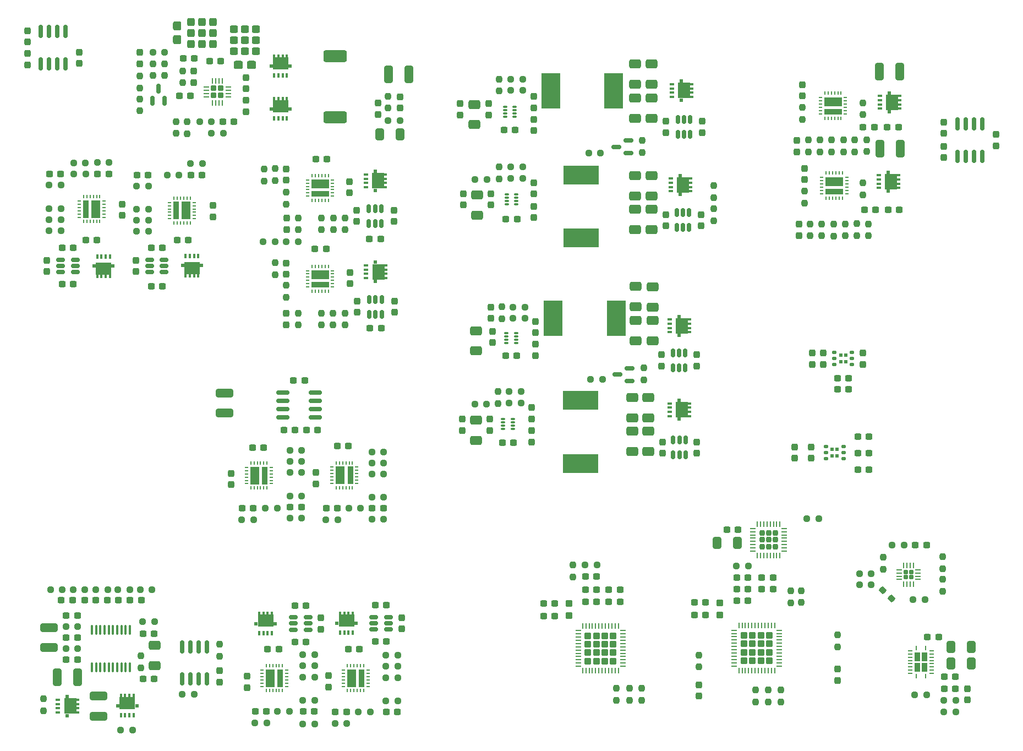
<source format=gtp>
%TF.GenerationSoftware,KiCad,Pcbnew,9.0.4*%
%TF.CreationDate,2026-02-17T14:13:00+01:00*%
%TF.ProjectId,TEST_PCB,54455354-5f50-4434-922e-6b696361645f,rev?*%
%TF.SameCoordinates,Original*%
%TF.FileFunction,Paste,Top*%
%TF.FilePolarity,Positive*%
%FSLAX46Y46*%
G04 Gerber Fmt 4.6, Leading zero omitted, Abs format (unit mm)*
G04 Created by KiCad (PCBNEW 9.0.4) date 2026-02-17 14:13:00*
%MOMM*%
%LPD*%
G01*
G04 APERTURE LIST*
G04 Aperture macros list*
%AMRoundRect*
0 Rectangle with rounded corners*
0 $1 Rounding radius*
0 $2 $3 $4 $5 $6 $7 $8 $9 X,Y pos of 4 corners*
0 Add a 4 corners polygon primitive as box body*
4,1,4,$2,$3,$4,$5,$6,$7,$8,$9,$2,$3,0*
0 Add four circle primitives for the rounded corners*
1,1,$1+$1,$2,$3*
1,1,$1+$1,$4,$5*
1,1,$1+$1,$6,$7*
1,1,$1+$1,$8,$9*
0 Add four rect primitives between the rounded corners*
20,1,$1+$1,$2,$3,$4,$5,0*
20,1,$1+$1,$4,$5,$6,$7,0*
20,1,$1+$1,$6,$7,$8,$9,0*
20,1,$1+$1,$8,$9,$2,$3,0*%
G04 Aperture macros list end*
%ADD10RoundRect,0.237500X0.250000X0.237500X-0.250000X0.237500X-0.250000X-0.237500X0.250000X-0.237500X0*%
%ADD11RoundRect,0.237500X-0.237500X0.250000X-0.237500X-0.250000X0.237500X-0.250000X0.237500X0.250000X0*%
%ADD12RoundRect,0.237500X0.237500X-0.250000X0.237500X0.250000X-0.237500X0.250000X-0.237500X-0.250000X0*%
%ADD13RoundRect,0.237500X-0.250000X-0.237500X0.250000X-0.237500X0.250000X0.237500X-0.250000X0.237500X0*%
%ADD14RoundRect,0.237500X0.344715X-0.008839X-0.008839X0.344715X-0.344715X0.008839X0.008839X-0.344715X0*%
%ADD15R,0.570000X0.550000*%
%ADD16R,0.500000X0.420000*%
%ADD17R,1.830000X2.370000*%
%ADD18R,0.660000X0.420000*%
%ADD19R,0.550000X0.570000*%
%ADD20R,0.420000X0.500000*%
%ADD21R,2.370000X1.830000*%
%ADD22R,0.420000X0.660000*%
%ADD23RoundRect,0.150000X0.587500X0.150000X-0.587500X0.150000X-0.587500X-0.150000X0.587500X-0.150000X0*%
%ADD24RoundRect,0.150000X0.150000X-0.587500X0.150000X0.587500X-0.150000X0.587500X-0.150000X-0.587500X0*%
%ADD25RoundRect,0.172500X-0.172500X-0.172500X0.172500X-0.172500X0.172500X0.172500X-0.172500X0.172500X0*%
%ADD26RoundRect,0.062500X-0.375000X-0.062500X0.375000X-0.062500X0.375000X0.062500X-0.375000X0.062500X0*%
%ADD27RoundRect,0.062500X-0.062500X-0.375000X0.062500X-0.375000X0.062500X0.375000X-0.062500X0.375000X0*%
%ADD28RoundRect,0.250000X-0.270000X-0.270000X0.270000X-0.270000X0.270000X0.270000X-0.270000X0.270000X0*%
%ADD29RoundRect,0.317500X0.317500X-0.382500X0.317500X0.382500X-0.317500X0.382500X-0.317500X-0.382500X0*%
%ADD30RoundRect,0.300000X-0.300000X0.325000X-0.300000X-0.325000X0.300000X-0.325000X0.300000X0.325000X0*%
%ADD31RoundRect,0.237500X0.300000X0.237500X-0.300000X0.237500X-0.300000X-0.237500X0.300000X-0.237500X0*%
%ADD32RoundRect,0.237500X-0.237500X0.300000X-0.237500X-0.300000X0.237500X-0.300000X0.237500X0.300000X0*%
%ADD33RoundRect,0.237500X-0.300000X-0.237500X0.300000X-0.237500X0.300000X0.237500X-0.300000X0.237500X0*%
%ADD34RoundRect,0.150000X0.150000X-0.512500X0.150000X0.512500X-0.150000X0.512500X-0.150000X-0.512500X0*%
%ADD35R,0.575000X0.240000*%
%ADD36R,0.240000X0.575000*%
%ADD37R,2.700000X1.450000*%
%ADD38R,2.700000X0.850000*%
%ADD39RoundRect,0.237500X0.237500X-0.300000X0.237500X0.300000X-0.237500X0.300000X-0.237500X-0.300000X0*%
%ADD40RoundRect,0.250000X-0.650000X0.412500X-0.650000X-0.412500X0.650000X-0.412500X0.650000X0.412500X0*%
%ADD41R,1.450000X2.700000*%
%ADD42R,0.850000X2.700000*%
%ADD43R,5.400000X2.900000*%
%ADD44RoundRect,0.150000X0.150000X-0.825000X0.150000X0.825000X-0.150000X0.825000X-0.150000X-0.825000X0*%
%ADD45RoundRect,0.150000X0.825000X0.150000X-0.825000X0.150000X-0.825000X-0.150000X0.825000X-0.150000X0*%
%ADD46RoundRect,0.150000X-0.512500X-0.150000X0.512500X-0.150000X0.512500X0.150000X-0.512500X0.150000X0*%
%ADD47RoundRect,0.250000X-0.412500X-0.650000X0.412500X-0.650000X0.412500X0.650000X-0.412500X0.650000X0*%
%ADD48RoundRect,0.250000X0.650000X-0.412500X0.650000X0.412500X-0.650000X0.412500X-0.650000X-0.412500X0*%
%ADD49RoundRect,0.150000X0.512500X0.150000X-0.512500X0.150000X-0.512500X-0.150000X0.512500X-0.150000X0*%
%ADD50RoundRect,0.050000X-0.285000X-0.100000X0.285000X-0.100000X0.285000X0.100000X-0.285000X0.100000X0*%
%ADD51RoundRect,0.250000X-0.400000X-1.075000X0.400000X-1.075000X0.400000X1.075000X-0.400000X1.075000X0*%
%ADD52RoundRect,0.250000X0.412500X0.650000X-0.412500X0.650000X-0.412500X-0.650000X0.412500X-0.650000X0*%
%ADD53R,2.900000X5.400000*%
%ADD54RoundRect,0.249999X1.530001X-0.640001X1.530001X0.640001X-1.530001X0.640001X-1.530001X-0.640001X0*%
%ADD55R,0.920000X1.330000*%
%ADD56RoundRect,0.050000X0.070000X-0.250000X0.070000X0.250000X-0.070000X0.250000X-0.070000X-0.250000X0*%
%ADD57RoundRect,0.050000X-0.250000X-0.070000X0.250000X-0.070000X0.250000X0.070000X-0.250000X0.070000X0*%
%ADD58RoundRect,0.250000X0.300000X-0.275000X0.300000X0.275000X-0.300000X0.275000X-0.300000X-0.275000X0*%
%ADD59RoundRect,0.100000X0.100000X-0.637500X0.100000X0.637500X-0.100000X0.637500X-0.100000X-0.637500X0*%
%ADD60RoundRect,0.250000X-1.075000X0.400000X-1.075000X-0.400000X1.075000X-0.400000X1.075000X0.400000X0*%
%ADD61RoundRect,0.112500X-0.202500X-0.112500X0.202500X-0.112500X0.202500X0.112500X-0.202500X0.112500X0*%
%ADD62R,0.480000X0.630000*%
%ADD63RoundRect,0.300000X-0.325000X-0.300000X0.325000X-0.300000X0.325000X0.300000X-0.325000X0.300000X0*%
%ADD64RoundRect,0.317500X0.382500X0.317500X-0.382500X0.317500X-0.382500X-0.317500X0.382500X-0.317500X0*%
%ADD65RoundRect,0.207500X0.207500X-0.207500X0.207500X0.207500X-0.207500X0.207500X-0.207500X-0.207500X0*%
%ADD66RoundRect,0.062500X0.062500X-0.350000X0.062500X0.350000X-0.062500X0.350000X-0.062500X-0.350000X0*%
%ADD67RoundRect,0.062500X0.350000X-0.062500X0.350000X0.062500X-0.350000X0.062500X-0.350000X-0.062500X0*%
%ADD68RoundRect,0.212500X-0.212500X-0.212500X0.212500X-0.212500X0.212500X0.212500X-0.212500X0.212500X0*%
%ADD69RoundRect,0.062500X-0.365000X-0.062500X0.365000X-0.062500X0.365000X0.062500X-0.365000X0.062500X0*%
%ADD70RoundRect,0.062500X-0.062500X-0.365000X0.062500X-0.365000X0.062500X0.365000X-0.062500X0.365000X0*%
%ADD71RoundRect,0.250000X0.400000X1.075000X-0.400000X1.075000X-0.400000X-1.075000X0.400000X-1.075000X0*%
G04 APERTURE END LIST*
D10*
%TO.C,R104*%
X95987500Y-74800000D03*
X97812500Y-74800000D03*
%TD*%
D11*
%TO.C,R103*%
X96100000Y-65412500D03*
X96100000Y-63587500D03*
%TD*%
D12*
%TO.C,R406*%
X200550000Y-128512500D03*
X200550000Y-126687500D03*
%TD*%
%TO.C,R405*%
X200550000Y-125012500D03*
X200550000Y-123187500D03*
%TD*%
D13*
%TO.C,R404*%
X195937500Y-129750000D03*
X197762500Y-129750000D03*
%TD*%
%TO.C,R402*%
X192737500Y-121450000D03*
X194562500Y-121450000D03*
%TD*%
D14*
%TO.C,R401*%
X192595235Y-129645235D03*
X191304765Y-128354765D03*
%TD*%
D13*
%TO.C,JP402*%
X187687500Y-127500000D03*
X189512500Y-127500000D03*
%TD*%
%TO.C,JP401*%
X187687500Y-125850000D03*
X189512500Y-125850000D03*
%TD*%
D12*
%TO.C,R403*%
X191350000Y-123287500D03*
X191350000Y-125112500D03*
%TD*%
D15*
%TO.C,Q1203*%
X160133503Y-64563000D03*
D16*
X161733503Y-65046000D03*
X161733503Y-65696000D03*
D17*
X160583503Y-66021000D03*
D16*
X161733503Y-66346000D03*
X161733503Y-66996000D03*
D15*
X160133503Y-67479000D03*
D18*
X158698503Y-66996000D03*
X158698503Y-65046000D03*
X158698503Y-65696000D03*
X158698503Y-66346000D03*
%TD*%
D15*
%TO.C,Q901*%
X65837500Y-144717001D03*
D16*
X67437500Y-145200001D03*
X67437500Y-145850001D03*
D17*
X66287500Y-146175001D03*
D16*
X67437500Y-146500001D03*
X67437500Y-147150001D03*
D15*
X65837500Y-147633001D03*
D18*
X64402500Y-147150001D03*
X64402500Y-145200001D03*
X64402500Y-145850001D03*
X64402500Y-146500001D03*
%TD*%
D19*
%TO.C,Q902*%
X73604499Y-146150001D03*
D20*
X74087499Y-144550001D03*
X74737499Y-144550001D03*
D21*
X75062499Y-145700001D03*
D20*
X75387499Y-144550001D03*
X76037499Y-144550001D03*
D19*
X76520499Y-146150001D03*
D22*
X76037499Y-147585001D03*
X74087499Y-147585001D03*
X74737499Y-147585001D03*
X75387499Y-147585001D03*
%TD*%
D19*
%TO.C,Q202*%
X97192000Y-47788000D03*
D20*
X97675000Y-46188000D03*
X98325000Y-46188000D03*
D21*
X98650000Y-47338000D03*
D20*
X98975000Y-46188000D03*
X99625000Y-46188000D03*
D19*
X100108000Y-47788000D03*
D22*
X99625000Y-49223000D03*
X97675000Y-49223000D03*
X98325000Y-49223000D03*
X98975000Y-49223000D03*
%TD*%
D19*
%TO.C,Q1701*%
X86463501Y-78375000D03*
D20*
X85980501Y-79975000D03*
X85330501Y-79975000D03*
D21*
X85005501Y-78825000D03*
D20*
X84680501Y-79975000D03*
X84030501Y-79975000D03*
D19*
X83547501Y-78375000D03*
D22*
X84030501Y-76940000D03*
X85980501Y-76940000D03*
X85330501Y-76940000D03*
X84680501Y-76940000D03*
%TD*%
D15*
%TO.C,Q302*%
X159968750Y-86242000D03*
D16*
X161568750Y-86725000D03*
X161568750Y-87375000D03*
D17*
X160418750Y-87700000D03*
D16*
X161568750Y-88025000D03*
X161568750Y-88675000D03*
D15*
X159968750Y-89158000D03*
D18*
X158533750Y-88675000D03*
X158533750Y-86725000D03*
X158533750Y-87375000D03*
X158533750Y-88025000D03*
%TD*%
D15*
%TO.C,Q1501*%
X192284752Y-51863000D03*
D16*
X193884752Y-52346000D03*
X193884752Y-52996000D03*
D17*
X192734752Y-53321000D03*
D16*
X193884752Y-53646000D03*
X193884752Y-54296000D03*
D15*
X192284752Y-54779000D03*
D18*
X190849752Y-54296000D03*
X190849752Y-52346000D03*
X190849752Y-52996000D03*
X190849752Y-53646000D03*
%TD*%
D15*
%TO.C,Q1502*%
X192100000Y-64063000D03*
D16*
X193700000Y-64546000D03*
X193700000Y-65196000D03*
D17*
X192550000Y-65521000D03*
D16*
X193700000Y-65846000D03*
X193700000Y-66496000D03*
D15*
X192100000Y-66979000D03*
D18*
X190665000Y-66496000D03*
X190665000Y-64546000D03*
X190665000Y-65196000D03*
X190665000Y-65846000D03*
%TD*%
D19*
%TO.C,Q601*%
X94871500Y-133488001D03*
D20*
X95354500Y-131888001D03*
X96004500Y-131888001D03*
D21*
X96329500Y-133038001D03*
D20*
X96654500Y-131888001D03*
X97304500Y-131888001D03*
D19*
X97787500Y-133488001D03*
D22*
X97304500Y-134923001D03*
X95354500Y-134923001D03*
X96004500Y-134923001D03*
X96654500Y-134923001D03*
%TD*%
D15*
%TO.C,Q1202*%
X160284752Y-50055000D03*
D16*
X161884752Y-50538000D03*
X161884752Y-51188000D03*
D17*
X160734752Y-51513000D03*
D16*
X161884752Y-51838000D03*
X161884752Y-52488000D03*
D15*
X160284752Y-52971000D03*
D18*
X158849752Y-52488000D03*
X158849752Y-50538000D03*
X158849752Y-51188000D03*
X158849752Y-51838000D03*
%TD*%
D19*
%TO.C,Q203*%
X97192000Y-54350000D03*
D20*
X97675000Y-52750000D03*
X98325000Y-52750000D03*
D21*
X98650000Y-53900000D03*
D20*
X98975000Y-52750000D03*
X99625000Y-52750000D03*
D19*
X100108000Y-54350000D03*
D22*
X99625000Y-55785000D03*
X97675000Y-55785000D03*
X98325000Y-55785000D03*
X98975000Y-55785000D03*
%TD*%
D19*
%TO.C,Q1702*%
X72863501Y-78475000D03*
D20*
X72380501Y-80075000D03*
X71730501Y-80075000D03*
D21*
X71405501Y-78925000D03*
D20*
X71080501Y-80075000D03*
X70430501Y-80075000D03*
D19*
X69947501Y-78475000D03*
D22*
X70430501Y-77040000D03*
X72380501Y-77040000D03*
X71730501Y-77040000D03*
X71080501Y-77040000D03*
%TD*%
D15*
%TO.C,Q1101*%
X113180501Y-63935499D03*
D16*
X114780501Y-64418499D03*
X114780501Y-65068499D03*
D17*
X113630501Y-65393499D03*
D16*
X114780501Y-65718499D03*
X114780501Y-66368499D03*
D15*
X113180501Y-66851499D03*
D18*
X111745501Y-66368499D03*
X111745501Y-64418499D03*
X111745501Y-65068499D03*
X111745501Y-65718499D03*
%TD*%
D19*
%TO.C,Q602*%
X107321500Y-133475001D03*
D20*
X107804500Y-131875001D03*
X108454500Y-131875001D03*
D21*
X108779500Y-133025001D03*
D20*
X109104500Y-131875001D03*
X109754500Y-131875001D03*
D19*
X110237500Y-133475001D03*
D22*
X109754500Y-134910001D03*
X107804500Y-134910001D03*
X108454500Y-134910001D03*
X109104500Y-134910001D03*
%TD*%
D15*
%TO.C,Q303*%
X159968750Y-99142000D03*
D16*
X161568750Y-99625000D03*
X161568750Y-100275000D03*
D17*
X160418750Y-100600000D03*
D16*
X161568750Y-100925000D03*
X161568750Y-101575000D03*
D15*
X159968750Y-102058000D03*
D18*
X158533750Y-101575000D03*
X158533750Y-99625000D03*
X158533750Y-100275000D03*
X158533750Y-100925000D03*
%TD*%
D15*
%TO.C,Q1102*%
X113248001Y-77915499D03*
D16*
X114848001Y-78398499D03*
X114848001Y-79048499D03*
D17*
X113698001Y-79373499D03*
D16*
X114848001Y-79698499D03*
X114848001Y-80348499D03*
D15*
X113248001Y-80831499D03*
D18*
X111813001Y-80348499D03*
X111813001Y-78398499D03*
X111813001Y-79048499D03*
X111813001Y-79698499D03*
%TD*%
D23*
%TO.C,Q301*%
X152325001Y-96150000D03*
X152325001Y-94250000D03*
X150450000Y-95200000D03*
%TD*%
%TO.C,Q1201*%
X152137500Y-61112500D03*
X152137500Y-59212500D03*
X150262499Y-60162500D03*
%TD*%
D24*
%TO.C,Q201*%
X78887500Y-53087500D03*
X80787500Y-53087500D03*
X79837500Y-51212499D03*
%TD*%
D25*
%TO.C,U401*%
X194850000Y-125550000D03*
X194850000Y-126350000D03*
X195650000Y-125550000D03*
X195650000Y-126350000D03*
D26*
X193812500Y-125200000D03*
X193812500Y-125700000D03*
X193812500Y-126200000D03*
X193812500Y-126700000D03*
D27*
X194500000Y-127387500D03*
X195000000Y-127387500D03*
X195500000Y-127387500D03*
X196000000Y-127387500D03*
D26*
X196687500Y-126700000D03*
X196687500Y-126200000D03*
X196687500Y-125700000D03*
X196687500Y-125200000D03*
D27*
X196000000Y-124512500D03*
X195500000Y-124512500D03*
X195000000Y-124512500D03*
X194500000Y-124512500D03*
%TD*%
D28*
%TO.C,U1304*%
X169965000Y-135315000D03*
X169965000Y-136605000D03*
X169965000Y-137895000D03*
X169965000Y-139185000D03*
X171255000Y-135315000D03*
X171255000Y-136605000D03*
X171255000Y-137895000D03*
X171255000Y-139185000D03*
X172545000Y-135315000D03*
X172545000Y-136605000D03*
X172545000Y-137895000D03*
X172545000Y-139185000D03*
X173835000Y-135315000D03*
X173835000Y-136605000D03*
X173835000Y-137895000D03*
X173835000Y-139185000D03*
D26*
X168462500Y-134500000D03*
X168462500Y-135000000D03*
X168462500Y-135500000D03*
X168462500Y-136000000D03*
X168462500Y-136500000D03*
X168462500Y-137000000D03*
X168462500Y-137500000D03*
X168462500Y-138000000D03*
X168462500Y-138500000D03*
X168462500Y-139000000D03*
X168462500Y-139500000D03*
X168462500Y-140000000D03*
D27*
X169150000Y-140687500D03*
X169650000Y-140687500D03*
X170150000Y-140687500D03*
X170650000Y-140687500D03*
X171150000Y-140687500D03*
X171650000Y-140687500D03*
X172150000Y-140687500D03*
X172650000Y-140687500D03*
X173150000Y-140687500D03*
X173650000Y-140687500D03*
X174150000Y-140687500D03*
X174650000Y-140687500D03*
D26*
X175337500Y-140000000D03*
X175337500Y-139500000D03*
X175337500Y-139000000D03*
X175337500Y-138500000D03*
X175337500Y-138000000D03*
X175337500Y-137500000D03*
X175337500Y-137000000D03*
X175337500Y-136500000D03*
X175337500Y-136000000D03*
X175337500Y-135500000D03*
X175337500Y-135000000D03*
X175337500Y-134500000D03*
D27*
X174650000Y-133812500D03*
X174150000Y-133812500D03*
X173650000Y-133812500D03*
X173150000Y-133812500D03*
X172650000Y-133812500D03*
X172150000Y-133812500D03*
X171650000Y-133812500D03*
X171150000Y-133812500D03*
X170650000Y-133812500D03*
X170150000Y-133812500D03*
X169650000Y-133812500D03*
X169150000Y-133812500D03*
%TD*%
D28*
%TO.C,U1305*%
X145927500Y-135365000D03*
X145927500Y-136655000D03*
X145927500Y-137945000D03*
X145927500Y-139235000D03*
X147217500Y-135365000D03*
X147217500Y-136655000D03*
X147217500Y-137945000D03*
X147217500Y-139235000D03*
X148507500Y-135365000D03*
X148507500Y-136655000D03*
X148507500Y-137945000D03*
X148507500Y-139235000D03*
X149797500Y-135365000D03*
X149797500Y-136655000D03*
X149797500Y-137945000D03*
X149797500Y-139235000D03*
D26*
X144425000Y-134550000D03*
X144425000Y-135050000D03*
X144425000Y-135550000D03*
X144425000Y-136050000D03*
X144425000Y-136550000D03*
X144425000Y-137050000D03*
X144425000Y-137550000D03*
X144425000Y-138050000D03*
X144425000Y-138550000D03*
X144425000Y-139050000D03*
X144425000Y-139550000D03*
X144425000Y-140050000D03*
D27*
X145112500Y-140737500D03*
X145612500Y-140737500D03*
X146112500Y-140737500D03*
X146612500Y-140737500D03*
X147112500Y-140737500D03*
X147612500Y-140737500D03*
X148112500Y-140737500D03*
X148612500Y-140737500D03*
X149112500Y-140737500D03*
X149612500Y-140737500D03*
X150112500Y-140737500D03*
X150612500Y-140737500D03*
D26*
X151300000Y-140050000D03*
X151300000Y-139550000D03*
X151300000Y-139050000D03*
X151300000Y-138550000D03*
X151300000Y-138050000D03*
X151300000Y-137550000D03*
X151300000Y-137050000D03*
X151300000Y-136550000D03*
X151300000Y-136050000D03*
X151300000Y-135550000D03*
X151300000Y-135050000D03*
X151300000Y-134550000D03*
D27*
X150612500Y-133862500D03*
X150112500Y-133862500D03*
X149612500Y-133862500D03*
X149112500Y-133862500D03*
X148612500Y-133862500D03*
X148112500Y-133862500D03*
X147612500Y-133862500D03*
X147112500Y-133862500D03*
X146612500Y-133862500D03*
X146112500Y-133862500D03*
X145612500Y-133862500D03*
X145112500Y-133862500D03*
%TD*%
D29*
%TO.C,D201*%
X82735000Y-41610000D03*
X82735000Y-43690000D03*
D30*
X88200000Y-40950000D03*
X86540001Y-40950000D03*
X84850000Y-40950000D03*
X88200000Y-42650000D03*
X86540000Y-42650000D03*
X84850001Y-42650000D03*
X88200000Y-44350000D03*
X86540001Y-44350000D03*
X84850000Y-44350000D03*
%TD*%
D31*
%TO.C,C701*%
X104362501Y-103700251D03*
X102637499Y-103700251D03*
%TD*%
D32*
%TO.C,C1403*%
X200684752Y-56391000D03*
X200684752Y-58116002D03*
%TD*%
D33*
%TO.C,C1903*%
X100137499Y-115562501D03*
X101862501Y-115562501D03*
%TD*%
D13*
%TO.C,R213*%
X115187500Y-56112498D03*
X117012500Y-56112498D03*
%TD*%
D34*
%TO.C,U1102*%
X112298003Y-85910999D03*
X113248002Y-85910999D03*
X114198001Y-85910999D03*
X114198001Y-83635999D03*
X113248002Y-83635999D03*
X112298003Y-83635999D03*
%TD*%
D31*
%TO.C,C1703*%
X80468003Y-75675000D03*
X78743001Y-75675000D03*
%TD*%
D35*
%TO.C,IC1502*%
X181921752Y-64871000D03*
X181921752Y-65371000D03*
X181921752Y-65871000D03*
X181921752Y-66371000D03*
X181921752Y-66871000D03*
X181921752Y-67371000D03*
D36*
X182584752Y-68034000D03*
X183084752Y-68034000D03*
X183584752Y-68034000D03*
X184084752Y-68034000D03*
X184584752Y-68034000D03*
X185084752Y-68034000D03*
D35*
X185747752Y-67371000D03*
X185747752Y-66871000D03*
X185747752Y-66371000D03*
X185747752Y-65871000D03*
X185747752Y-65371000D03*
X185747752Y-64871000D03*
D36*
X185084752Y-64208000D03*
X184584752Y-64208000D03*
X184084752Y-64208000D03*
X183584752Y-64208000D03*
X183084752Y-64208000D03*
X182584752Y-64208000D03*
D37*
X183834752Y-65496000D03*
D38*
X183834752Y-67046000D03*
%TD*%
D12*
%TO.C,R1504*%
X179234752Y-68833500D03*
X179234752Y-67008500D03*
%TD*%
D13*
%TO.C,R2013*%
X98187500Y-146988001D03*
X100012500Y-146988001D03*
%TD*%
%TO.C,R2015*%
X102062500Y-139988001D03*
X103887500Y-139988001D03*
%TD*%
D31*
%TO.C,C1805*%
X84468002Y-74475000D03*
X82743000Y-74475000D03*
%TD*%
D12*
%TO.C,R1506*%
X189084752Y-73858500D03*
X189084752Y-72033500D03*
%TD*%
D32*
%TO.C,C1205*%
X126250000Y-53537499D03*
X126250000Y-55262501D03*
%TD*%
D39*
%TO.C,C1602*%
X67647500Y-47350000D03*
X67647500Y-45624998D03*
%TD*%
D31*
%TO.C,C311*%
X134981251Y-92300000D03*
X133256249Y-92300000D03*
%TD*%
D33*
%TO.C,C2009*%
X94737499Y-146988001D03*
X96462501Y-146988001D03*
%TD*%
D12*
%TO.C,R_TX_1301*%
X171700000Y-145512500D03*
X171700000Y-143687500D03*
%TD*%
D40*
%TO.C,C304*%
X128700000Y-102187500D03*
X128700000Y-105312500D03*
%TD*%
D33*
%TO.C,C1316*%
X172675000Y-126400000D03*
X174400000Y-126400000D03*
%TD*%
D31*
%TO.C,C1705*%
X66768002Y-75675000D03*
X65043000Y-75675000D03*
%TD*%
%TO.C,C312*%
X134481251Y-105700000D03*
X132756249Y-105700000D03*
%TD*%
D12*
%TO.C,R1305*%
X178732752Y-130245768D03*
X178732752Y-128420768D03*
%TD*%
D31*
%TO.C,C1102*%
X114110502Y-88073499D03*
X112385500Y-88073499D03*
%TD*%
D35*
%TO.C,IC1501*%
X181721752Y-52596000D03*
X181721752Y-53096000D03*
X181721752Y-53596000D03*
X181721752Y-54096000D03*
X181721752Y-54596000D03*
X181721752Y-55096000D03*
D36*
X182384752Y-55759000D03*
X182884752Y-55759000D03*
X183384752Y-55759000D03*
X183884752Y-55759000D03*
X184384752Y-55759000D03*
X184884752Y-55759000D03*
D35*
X185547752Y-55096000D03*
X185547752Y-54596000D03*
X185547752Y-54096000D03*
X185547752Y-53596000D03*
X185547752Y-53096000D03*
X185547752Y-52596000D03*
D36*
X184884752Y-51933000D03*
X184384752Y-51933000D03*
X183884752Y-51933000D03*
X183384752Y-51933000D03*
X182884752Y-51933000D03*
X182384752Y-51933000D03*
D37*
X183634752Y-53221000D03*
D38*
X183634752Y-54771000D03*
%TD*%
D13*
%TO.C,R1909*%
X100087500Y-106862501D03*
X101912500Y-106862501D03*
%TD*%
D31*
%TO.C,C1806*%
X70368002Y-74475000D03*
X68643000Y-74475000D03*
%TD*%
D36*
%TO.C,IC2004*%
X108937500Y-143801001D03*
X109437500Y-143801001D03*
X109937500Y-143801001D03*
X110437500Y-143801001D03*
X110937500Y-143801001D03*
X111437500Y-143801001D03*
D35*
X112099500Y-143138001D03*
X112099500Y-142638001D03*
X112099500Y-142138001D03*
X112099500Y-141638001D03*
X112099500Y-141138001D03*
X112099500Y-140638001D03*
D36*
X111437500Y-139975001D03*
X110937500Y-139975001D03*
X110437500Y-139975001D03*
X109937500Y-139975001D03*
X109437500Y-139975001D03*
X108937500Y-139975001D03*
D35*
X108275500Y-140638001D03*
X108275500Y-141138001D03*
X108275500Y-141638001D03*
X108275500Y-142138001D03*
X108275500Y-142638001D03*
X108275500Y-143138001D03*
D41*
X109562500Y-141888001D03*
D42*
X111112500Y-141888001D03*
%TD*%
D32*
%TO.C,C306*%
X126600000Y-102037499D03*
X126600000Y-103762501D03*
%TD*%
D43*
%TO.C,L1101*%
X144850000Y-74200000D03*
X144850000Y-64500000D03*
%TD*%
D13*
%TO.C,R1908*%
X112687500Y-114062501D03*
X114512500Y-114062501D03*
%TD*%
%TO.C,R902*%
X77025000Y-128250001D03*
X78850000Y-128250001D03*
%TD*%
D32*
%TO.C,C1221*%
X157934752Y-56250499D03*
X157934752Y-57975501D03*
%TD*%
D39*
%TO.C,C1401*%
X200684752Y-61816001D03*
X200684752Y-60090999D03*
%TD*%
D13*
%TO.C,R2022*%
X114825000Y-138375001D03*
X116650000Y-138375001D03*
%TD*%
D44*
%TO.C,U1601*%
X61777501Y-47387499D03*
X63047501Y-47387499D03*
X64317501Y-47387499D03*
X65587501Y-47387499D03*
X65587501Y-42437499D03*
X64317501Y-42437499D03*
X63047501Y-42437499D03*
X61777501Y-42437499D03*
%TD*%
D40*
%TO.C,C1218*%
X155700000Y-69787500D03*
X155700000Y-72912500D03*
%TD*%
D10*
%TO.C,R1808*%
X64855500Y-66075000D03*
X63030500Y-66075000D03*
%TD*%
%TO.C,R501*%
X85347500Y-144382501D03*
X83522500Y-144382501D03*
%TD*%
D33*
%TO.C,C607*%
X113216999Y-130625001D03*
X114942001Y-130625001D03*
%TD*%
D32*
%TO.C,C206*%
X93350000Y-49487499D03*
X93350000Y-51212501D03*
%TD*%
D13*
%TO.C,R1907*%
X100087500Y-113862501D03*
X101912500Y-113862501D03*
%TD*%
D11*
%TO.C,R304*%
X132718750Y-84787500D03*
X132718750Y-86612500D03*
%TD*%
D45*
%TO.C,U701*%
X103975000Y-101805251D03*
X103975000Y-100535251D03*
X103975000Y-99265251D03*
X103975000Y-97995251D03*
X99025000Y-97995251D03*
X99025000Y-99265251D03*
X99025000Y-100535251D03*
X99025000Y-101805251D03*
%TD*%
D12*
%TO.C,R209*%
X84300000Y-58124998D03*
X84300000Y-56299998D03*
%TD*%
D33*
%TO.C,C1227*%
X162287500Y-130200000D03*
X164012500Y-130200000D03*
%TD*%
D39*
%TO.C,C1501*%
X178934752Y-52321000D03*
X178934752Y-50595998D03*
%TD*%
D34*
%TO.C,U1204*%
X159600001Y-72587500D03*
X160550000Y-72587500D03*
X161499999Y-72587500D03*
X161499999Y-70312500D03*
X160550000Y-70312500D03*
X159600001Y-70312500D03*
%TD*%
D31*
%TO.C,C1804*%
X64805501Y-64375000D03*
X63080499Y-64375000D03*
%TD*%
D46*
%TO.C,U1702*%
X64768001Y-77525001D03*
X64768001Y-78475000D03*
X64768001Y-79424999D03*
X67043001Y-79424999D03*
X67043001Y-78475000D03*
X67043001Y-77525001D03*
%TD*%
D11*
%TO.C,R1510*%
X183703679Y-72046000D03*
X183703679Y-73871000D03*
%TD*%
D46*
%TO.C,U1701*%
X78468002Y-77525001D03*
X78468002Y-78475000D03*
X78468002Y-79424999D03*
X80743002Y-79424999D03*
X80743002Y-78475000D03*
X80743002Y-77525001D03*
%TD*%
D33*
%TO.C,C1904*%
X112737499Y-115762501D03*
X114462501Y-115762501D03*
%TD*%
D47*
%TO.C,C1304*%
X165775000Y-121100000D03*
X168900000Y-121100000D03*
%TD*%
D48*
%TO.C,C314*%
X152750000Y-101862500D03*
X152750000Y-98737500D03*
%TD*%
D31*
%TO.C,C1313*%
X170562501Y-130000000D03*
X168837499Y-130000000D03*
%TD*%
D12*
%TO.C,R2011*%
X97830501Y-65362500D03*
X97830501Y-63537500D03*
%TD*%
D48*
%TO.C,C316*%
X155250000Y-101862500D03*
X155250000Y-98737500D03*
%TD*%
D11*
%TO.C,R202*%
X77000000Y-52799998D03*
X77000000Y-54624998D03*
%TD*%
D33*
%TO.C,C2012*%
X114874999Y-147075001D03*
X116600001Y-147075001D03*
%TD*%
D32*
%TO.C,C210*%
X113600000Y-53449997D03*
X113600000Y-55174999D03*
%TD*%
D31*
%TO.C,C1315*%
X147262501Y-130150000D03*
X145537499Y-130150000D03*
%TD*%
D49*
%TO.C,U601*%
X102848000Y-134422999D03*
X102848000Y-133473000D03*
X102848000Y-132523001D03*
X100573000Y-132523001D03*
X100573000Y-133473000D03*
X100573000Y-134422999D03*
%TD*%
D39*
%TO.C,C1502*%
X179249752Y-65208501D03*
X179249752Y-63483499D03*
%TD*%
D33*
%TO.C,C1902*%
X105687499Y-115750000D03*
X107412501Y-115750000D03*
%TD*%
D50*
%TO.C,U1202*%
X133421250Y-67512502D03*
X133421250Y-68012502D03*
X133421250Y-68512502D03*
X133421250Y-69012502D03*
X134901250Y-69012502D03*
X134901250Y-68512502D03*
X134901250Y-68012502D03*
X134901250Y-67512502D03*
%TD*%
D39*
%TO.C,C1701*%
X76405500Y-79337501D03*
X76405500Y-77612499D03*
%TD*%
D10*
%TO.C,R1320*%
X202527500Y-147069455D03*
X200702500Y-147069455D03*
%TD*%
D33*
%TO.C,C1906*%
X107337500Y-106162501D03*
X109062502Y-106162501D03*
%TD*%
D39*
%TO.C,C308*%
X137250000Y-102000000D03*
X137250000Y-100274998D03*
%TD*%
%TO.C,C1702*%
X62705501Y-79337501D03*
X62705501Y-77612499D03*
%TD*%
D13*
%TO.C,R904*%
X70225000Y-128250001D03*
X72050000Y-128250001D03*
%TD*%
D11*
%TO.C,R1204*%
X132301249Y-49775000D03*
X132301249Y-51600000D03*
%TD*%
D39*
%TO.C,C204*%
X85300000Y-50262501D03*
X85300000Y-48537499D03*
%TD*%
D13*
%TO.C,R1901*%
X96287500Y-115762501D03*
X98112500Y-115762501D03*
%TD*%
D10*
%TO.C,R1804*%
X64855500Y-71375000D03*
X63030500Y-71375000D03*
%TD*%
D13*
%TO.C,R1906*%
X112687500Y-110462501D03*
X114512500Y-110462501D03*
%TD*%
D50*
%TO.C,U1201*%
X133161249Y-54050000D03*
X133161249Y-54550000D03*
X133161249Y-55050000D03*
X133161249Y-55550000D03*
X134641249Y-55550000D03*
X134641249Y-55050000D03*
X134641249Y-54550000D03*
X134641249Y-54050000D03*
%TD*%
D51*
%TO.C,R914*%
X64287499Y-141750001D03*
X67387501Y-141750001D03*
%TD*%
D52*
%TO.C,C1324*%
X204870917Y-139603128D03*
X201745917Y-139603128D03*
%TD*%
D48*
%TO.C,C1216*%
X155700000Y-67712500D03*
X155700000Y-64587500D03*
%TD*%
D13*
%TO.C,R2019*%
X102062500Y-145288002D03*
X103887500Y-145288002D03*
%TD*%
D44*
%TO.C,U1401*%
X202829752Y-61596000D03*
X204099752Y-61596000D03*
X205369752Y-61596000D03*
X206639752Y-61596000D03*
X206639752Y-56646000D03*
X205369752Y-56646000D03*
X204099752Y-56646000D03*
X202829752Y-56646000D03*
%TD*%
D33*
%TO.C,C603*%
X100866999Y-136288001D03*
X102592001Y-136288001D03*
%TD*%
%TO.C,C1307*%
X187439999Y-104762500D03*
X189165001Y-104762500D03*
%TD*%
D39*
%TO.C,C1402*%
X208684752Y-60016001D03*
X208684752Y-58290999D03*
%TD*%
D53*
%TO.C,L1201*%
X140200000Y-51550000D03*
X149900000Y-51550000D03*
%TD*%
D31*
%TO.C,C1326*%
X202477501Y-143469455D03*
X200752499Y-143469455D03*
%TD*%
D32*
%TO.C,C2003*%
X99550000Y-71137499D03*
X99550000Y-72862501D03*
%TD*%
D31*
%TO.C,C901*%
X77200001Y-129850001D03*
X75474999Y-129850001D03*
%TD*%
D32*
%TO.C,C301*%
X131218750Y-88537499D03*
X131218750Y-90262501D03*
%TD*%
D40*
%TO.C,C315*%
X153300000Y-86837500D03*
X153300000Y-89962500D03*
%TD*%
D10*
%TO.C,R1101*%
X101362500Y-74800000D03*
X99537500Y-74800000D03*
%TD*%
D11*
%TO.C,R_MISO_1301*%
X154200000Y-143437500D03*
X154200000Y-145262500D03*
%TD*%
D31*
%TO.C,C911*%
X67400001Y-135650001D03*
X65674999Y-135650001D03*
%TD*%
D12*
%TO.C,R1313*%
X175600000Y-145512500D03*
X175600000Y-143687500D03*
%TD*%
D10*
%TO.C,R601*%
X103900000Y-148888001D03*
X102075000Y-148888001D03*
%TD*%
D36*
%TO.C,IC1802*%
X70838000Y-67837000D03*
X70338000Y-67837000D03*
X69838000Y-67837000D03*
X69338000Y-67837000D03*
X68838000Y-67837000D03*
X68338000Y-67837000D03*
D35*
X67676000Y-68500000D03*
X67676000Y-69000000D03*
X67676000Y-69500000D03*
X67676000Y-70000000D03*
X67676000Y-70500000D03*
X67676000Y-71000000D03*
D36*
X68338000Y-71663000D03*
X68838000Y-71663000D03*
X69338000Y-71663000D03*
X69838000Y-71663000D03*
X70338000Y-71663000D03*
X70838000Y-71663000D03*
D35*
X71500000Y-71000000D03*
X71500000Y-70500000D03*
X71500000Y-70000000D03*
X71500000Y-69500000D03*
X71500000Y-69000000D03*
X71500000Y-68500000D03*
D41*
X70213000Y-69750000D03*
D42*
X68663000Y-69750000D03*
%TD*%
D54*
%TO.C,L201*%
X107012500Y-55650000D03*
X107012500Y-46250000D03*
%TD*%
D31*
%TO.C,C702*%
X102362501Y-96100251D03*
X100637499Y-96100251D03*
%TD*%
D13*
%TO.C,R1317*%
X168787500Y-124600000D03*
X170612500Y-124600000D03*
%TD*%
%TO.C,R903*%
X73625000Y-128250001D03*
X75450000Y-128250001D03*
%TD*%
D32*
%TO.C,C1504*%
X178400000Y-72083499D03*
X178400000Y-73808501D03*
%TD*%
D11*
%TO.C,R2001*%
X99530501Y-67143500D03*
X99530501Y-68968500D03*
%TD*%
D50*
%TO.C,U302*%
X132878750Y-102050000D03*
X132878750Y-102550000D03*
X132878750Y-103050000D03*
X132878750Y-103550000D03*
X134358750Y-103550000D03*
X134358750Y-103050000D03*
X134358750Y-102550000D03*
X134358750Y-102050000D03*
%TD*%
D33*
%TO.C,C606*%
X100866999Y-130688001D03*
X102592001Y-130688001D03*
%TD*%
%TO.C,C605*%
X113216999Y-136225001D03*
X114942001Y-136225001D03*
%TD*%
D32*
%TO.C,C205*%
X93300000Y-53037499D03*
X93300000Y-54762501D03*
%TD*%
D11*
%TO.C,R1507*%
X185234752Y-59108500D03*
X185234752Y-60933500D03*
%TD*%
%TO.C,R1518*%
X188200000Y-65708500D03*
X188200000Y-67533500D03*
%TD*%
D32*
%TO.C,C302*%
X130818750Y-102037499D03*
X130818750Y-103762501D03*
%TD*%
D13*
%TO.C,R1208*%
X134048750Y-63262502D03*
X135873750Y-63262502D03*
%TD*%
D32*
%TO.C,C1223*%
X163534752Y-56250499D03*
X163534752Y-57975501D03*
%TD*%
D10*
%TO.C,R908*%
X79262500Y-133200000D03*
X77437500Y-133200000D03*
%TD*%
%TO.C,R1809*%
X78318001Y-73175000D03*
X76493001Y-73175000D03*
%TD*%
%TO.C,R307*%
X136231250Y-84800000D03*
X134406250Y-84800000D03*
%TD*%
D40*
%TO.C,C1220*%
X153150000Y-69787500D03*
X153150000Y-72912500D03*
%TD*%
D48*
%TO.C,C319*%
X155850000Y-84812500D03*
X155850000Y-81687500D03*
%TD*%
D12*
%TO.C,R_RX_1301*%
X173700000Y-145512500D03*
X173700000Y-143687500D03*
%TD*%
D10*
%TO.C,R1806*%
X64855500Y-69675000D03*
X63030500Y-69675000D03*
%TD*%
D31*
%TO.C,C203*%
X84762501Y-52312498D03*
X83037499Y-52312498D03*
%TD*%
D13*
%TO.C,R1702*%
X84768498Y-62737500D03*
X86593498Y-62737500D03*
%TD*%
D11*
%TO.C,R2005*%
X104950000Y-71087500D03*
X104950000Y-72912500D03*
%TD*%
D33*
%TO.C,C703*%
X99137499Y-103700250D03*
X100862501Y-103700250D03*
%TD*%
D32*
%TO.C,C324*%
X162668750Y-105537500D03*
X162668750Y-107262502D03*
%TD*%
D11*
%TO.C,R106*%
X165283503Y-69721000D03*
X165283503Y-71546000D03*
%TD*%
D13*
%TO.C,R205*%
X87987500Y-58112498D03*
X89812500Y-58112498D03*
%TD*%
D32*
%TO.C,C1206*%
X126750000Y-67387499D03*
X126750000Y-69112501D03*
%TD*%
D10*
%TO.C,R1801*%
X83018002Y-64475000D03*
X81193002Y-64475000D03*
%TD*%
D32*
%TO.C,C211*%
X117000000Y-52449997D03*
X117000000Y-54174999D03*
%TD*%
D40*
%TO.C,C1213*%
X155700000Y-52650000D03*
X155700000Y-55775000D03*
%TD*%
D10*
%TO.C,R1802*%
X68655500Y-64375000D03*
X66830500Y-64375000D03*
%TD*%
D11*
%TO.C,R1511*%
X179834752Y-59108500D03*
X179834752Y-60933500D03*
%TD*%
D48*
%TO.C,C910*%
X79250000Y-139962500D03*
X79250000Y-136837500D03*
%TD*%
D33*
%TO.C,C2013*%
X96662498Y-137388001D03*
X98387500Y-137388001D03*
%TD*%
D10*
%TO.C,R1209*%
X135873750Y-65062502D03*
X134048750Y-65062502D03*
%TD*%
D39*
%TO.C,C2016*%
X106000000Y-143212501D03*
X106000000Y-141487499D03*
%TD*%
D12*
%TO.C,R1912*%
X97800000Y-79812500D03*
X97800000Y-77987500D03*
%TD*%
D13*
%TO.C,R1318*%
X145487500Y-124450000D03*
X147312500Y-124450000D03*
%TD*%
D55*
%TO.C,U1306*%
X196615000Y-138630000D03*
X196615000Y-140170000D03*
X197735000Y-138630000D03*
X197735000Y-140170000D03*
D56*
X196425000Y-137250000D03*
D57*
X195525000Y-137650000D03*
X195525000Y-138150000D03*
X195525000Y-138650000D03*
X195525000Y-139150000D03*
X195525000Y-139650000D03*
X195525000Y-140150000D03*
X195525000Y-140650000D03*
X195525000Y-141150000D03*
D56*
X196425000Y-141550000D03*
X197925000Y-141550000D03*
D57*
X198825000Y-141150000D03*
X198825000Y-140650000D03*
X198825000Y-140150000D03*
X198825000Y-139650000D03*
X198825000Y-139150000D03*
X198825000Y-138650000D03*
X198825000Y-138150000D03*
X198825000Y-137650000D03*
D56*
X197925000Y-137250000D03*
%TD*%
D10*
%TO.C,R912*%
X67450001Y-137350001D03*
X65625001Y-137350001D03*
%TD*%
D11*
%TO.C,R2008*%
X101330501Y-85743500D03*
X101330501Y-87568500D03*
%TD*%
D40*
%TO.C,C318*%
X155250000Y-103887500D03*
X155250000Y-107012500D03*
%TD*%
D13*
%TO.C,R302*%
X128506250Y-99700000D03*
X130331250Y-99700000D03*
%TD*%
D58*
%TO.C,Y1201*%
X143037500Y-132275000D03*
X143037500Y-130425000D03*
%TD*%
D31*
%TO.C,C1211*%
X134763750Y-57600000D03*
X133038748Y-57600000D03*
%TD*%
D10*
%TO.C,R2012*%
X96512500Y-148788001D03*
X94687500Y-148788001D03*
%TD*%
D33*
%TO.C,C1901*%
X92737499Y-115762502D03*
X94462501Y-115762502D03*
%TD*%
D11*
%TO.C,R105*%
X165283503Y-66121000D03*
X165283503Y-67946000D03*
%TD*%
D32*
%TO.C,C2005*%
X109230501Y-65530998D03*
X109230501Y-67256000D03*
%TD*%
D48*
%TO.C,C317*%
X153300000Y-84775001D03*
X153300000Y-81650001D03*
%TD*%
D12*
%TO.C,R1501*%
X178934752Y-55921000D03*
X178934752Y-54096000D03*
%TD*%
D33*
%TO.C,C1308*%
X187439999Y-107272500D03*
X189165001Y-107272500D03*
%TD*%
D11*
%TO.C,R1309*%
X177150000Y-128437500D03*
X177150000Y-130262500D03*
%TD*%
D33*
%TO.C,C1505*%
X188272251Y-57121000D03*
X189997253Y-57121000D03*
%TD*%
%TO.C,C1225*%
X139125000Y-132350000D03*
X140850000Y-132350000D03*
%TD*%
D31*
%TO.C,C903*%
X70200001Y-129850002D03*
X68474999Y-129850002D03*
%TD*%
D33*
%TO.C,C2011*%
X102124999Y-146988001D03*
X103850001Y-146988001D03*
%TD*%
D59*
%TO.C,U901*%
X69612500Y-140212501D03*
X70262500Y-140212501D03*
X70912500Y-140212501D03*
X71562500Y-140212501D03*
X72212500Y-140212501D03*
X72862500Y-140212501D03*
X73512500Y-140212501D03*
X74162500Y-140212501D03*
X74812500Y-140212501D03*
X75462500Y-140212501D03*
X75462500Y-134487501D03*
X74812500Y-134487501D03*
X74162500Y-134487501D03*
X73512500Y-134487501D03*
X72862500Y-134487501D03*
X72212500Y-134487501D03*
X71562500Y-134487501D03*
X70912500Y-134487501D03*
X70262500Y-134487501D03*
X69612500Y-134487501D03*
%TD*%
D31*
%TO.C,C1101*%
X114043002Y-74293499D03*
X112318000Y-74293499D03*
%TD*%
%TO.C,C1320*%
X170562501Y-126400000D03*
X168837499Y-126400000D03*
%TD*%
D32*
%TO.C,C1210*%
X137561250Y-69300001D03*
X137561250Y-71025003D03*
%TD*%
D13*
%TO.C,R308*%
X133806250Y-99600000D03*
X135631250Y-99600000D03*
%TD*%
D32*
%TO.C,C2006*%
X109320798Y-79489414D03*
X109320798Y-81214416D03*
%TD*%
%TO.C,C1107*%
X116148001Y-83910998D03*
X116148001Y-85636000D03*
%TD*%
D33*
%TO.C,C1303*%
X167324998Y-119050000D03*
X169050000Y-119050000D03*
%TD*%
D10*
%TO.C,R1210*%
X181462500Y-117350000D03*
X179637500Y-117350000D03*
%TD*%
D32*
%TO.C,C1503*%
X178100000Y-59195998D03*
X178100000Y-60921000D03*
%TD*%
D39*
%TO.C,C1601*%
X59700000Y-47562501D03*
X59700000Y-45837499D03*
%TD*%
D36*
%TO.C,IC1902*%
X107200000Y-112588501D03*
X107700000Y-112588501D03*
X108200000Y-112588501D03*
X108700000Y-112588501D03*
X109200000Y-112588501D03*
X109700000Y-112588501D03*
D35*
X110362000Y-111925501D03*
X110362000Y-111425501D03*
X110362000Y-110925501D03*
X110362000Y-110425501D03*
X110362000Y-109925501D03*
X110362000Y-109425501D03*
D36*
X109700000Y-108762501D03*
X109200000Y-108762501D03*
X108700000Y-108762501D03*
X108200000Y-108762501D03*
X107700000Y-108762501D03*
X107200000Y-108762501D03*
D35*
X106538000Y-109425501D03*
X106538000Y-109925501D03*
X106538000Y-110425501D03*
X106538000Y-110925501D03*
X106538000Y-111425501D03*
X106538000Y-111925501D03*
D41*
X107825000Y-110675501D03*
D42*
X109375000Y-110675501D03*
%TD*%
D31*
%TO.C,C1801*%
X86568002Y-64475000D03*
X84843000Y-64475000D03*
%TD*%
D39*
%TO.C,C103*%
X188210000Y-93612501D03*
X188210000Y-91887499D03*
%TD*%
D32*
%TO.C,C1105*%
X110448002Y-83910998D03*
X110448002Y-85636000D03*
%TD*%
D35*
%TO.C,IC2001*%
X102830501Y-65256000D03*
X102830501Y-65756000D03*
X102830501Y-66256000D03*
X102830501Y-66756000D03*
X102830501Y-67256000D03*
X102830501Y-67756000D03*
D36*
X103493501Y-68418000D03*
X103993501Y-68418000D03*
X104493501Y-68418000D03*
X104993501Y-68418000D03*
X105493501Y-68418000D03*
X105993501Y-68418000D03*
D35*
X106656501Y-67756000D03*
X106656501Y-67256000D03*
X106656501Y-66756000D03*
X106656501Y-66256000D03*
X106656501Y-65756000D03*
X106656501Y-65256000D03*
D36*
X105993501Y-64594000D03*
X105493501Y-64594000D03*
X104993501Y-64594000D03*
X104493501Y-64594000D03*
X103993501Y-64594000D03*
X103493501Y-64594000D03*
D37*
X104743501Y-65881000D03*
D38*
X104743501Y-67431000D03*
%TD*%
D12*
%TO.C,R1314*%
X150300000Y-145262500D03*
X150300000Y-143437500D03*
%TD*%
D32*
%TO.C,C309*%
X137818750Y-90537499D03*
X137818750Y-92262501D03*
%TD*%
D11*
%TO.C,R1516*%
X188234752Y-53408500D03*
X188234752Y-55233500D03*
%TD*%
D10*
%TO.C,R1911*%
X94475001Y-117500251D03*
X92650001Y-117500251D03*
%TD*%
D31*
%TO.C,C904*%
X66637500Y-129850001D03*
X64912498Y-129850001D03*
%TD*%
%TO.C,C401*%
X198012501Y-121450000D03*
X196287499Y-121450000D03*
%TD*%
D11*
%TO.C,R212*%
X115200000Y-52399998D03*
X115200000Y-54224998D03*
%TD*%
D32*
%TO.C,C1209*%
X137601249Y-55937499D03*
X137601249Y-57662501D03*
%TD*%
D51*
%TO.C,R1515*%
X190784752Y-48621000D03*
X193884752Y-48621000D03*
%TD*%
D39*
%TO.C,C1207*%
X137601249Y-54162501D03*
X137601249Y-52437499D03*
%TD*%
D10*
%TO.C,R1810*%
X64855500Y-73075000D03*
X63030500Y-73075000D03*
%TD*%
D11*
%TO.C,R301*%
X154568750Y-94187500D03*
X154568750Y-96012500D03*
%TD*%
D32*
%TO.C,C1603*%
X59700000Y-42324998D03*
X59700000Y-44050000D03*
%TD*%
D13*
%TO.C,R906*%
X63225000Y-128250001D03*
X65050000Y-128250001D03*
%TD*%
D52*
%TO.C,C1323*%
X204870917Y-137053128D03*
X201745917Y-137053128D03*
%TD*%
D13*
%TO.C,R1321*%
X200702500Y-145269455D03*
X202527500Y-145269455D03*
%TD*%
D34*
%TO.C,U304*%
X159050001Y-107537500D03*
X160000000Y-107537500D03*
X160949999Y-107537500D03*
X160949999Y-105262500D03*
X160000000Y-105262500D03*
X159050001Y-105262500D03*
%TD*%
D31*
%TO.C,C1706*%
X80462501Y-81600000D03*
X78737499Y-81600000D03*
%TD*%
D11*
%TO.C,R1502*%
X186984752Y-59108500D03*
X186984752Y-60933500D03*
%TD*%
%TO.C,R201*%
X77000000Y-49299998D03*
X77000000Y-51124998D03*
%TD*%
D32*
%TO.C,C1807*%
X88250000Y-69187499D03*
X88250000Y-70912501D03*
%TD*%
D10*
%TO.C,R1807*%
X78318001Y-66175000D03*
X76493001Y-66175000D03*
%TD*%
D13*
%TO.C,R1811*%
X70430500Y-62575000D03*
X72255500Y-62575000D03*
%TD*%
D32*
%TO.C,C102*%
X182110000Y-91887499D03*
X182110000Y-93612501D03*
%TD*%
D13*
%TO.C,R306*%
X134406250Y-86500000D03*
X136231250Y-86500000D03*
%TD*%
D33*
%TO.C,C1228*%
X162287500Y-132150000D03*
X164012500Y-132150000D03*
%TD*%
%TO.C,C1506*%
X188472251Y-69821000D03*
X190197253Y-69821000D03*
%TD*%
D13*
%TO.C,R1701*%
X66787500Y-62650000D03*
X68612500Y-62650000D03*
%TD*%
D31*
%TO.C,C908*%
X67400001Y-132250001D03*
X65674999Y-132250001D03*
%TD*%
D39*
%TO.C,C1311*%
X184355000Y-142197501D03*
X184355000Y-140472499D03*
%TD*%
D33*
%TO.C,C2014*%
X109074999Y-137375001D03*
X110800001Y-137375001D03*
%TD*%
D49*
%TO.C,U602*%
X115217000Y-134375000D03*
X115217000Y-133425001D03*
X115217000Y-132475002D03*
X112942000Y-132475002D03*
X112942000Y-133425001D03*
X112942000Y-134375000D03*
%TD*%
D12*
%TO.C,R913*%
X62137499Y-146862501D03*
X62137499Y-145037501D03*
%TD*%
D39*
%TO.C,C1208*%
X137561250Y-67425003D03*
X137561250Y-65700001D03*
%TD*%
D11*
%TO.C,R1301*%
X143600000Y-124487500D03*
X143600000Y-126312500D03*
%TD*%
%TO.C,R1509*%
X183434752Y-59108500D03*
X183434752Y-60933500D03*
%TD*%
D13*
%TO.C,R1904*%
X112687500Y-108762501D03*
X114512500Y-108762501D03*
%TD*%
D33*
%TO.C,C1905*%
X94337499Y-106462502D03*
X96062501Y-106462502D03*
%TD*%
D10*
%TO.C,R1319*%
X198027500Y-144430000D03*
X196202500Y-144430000D03*
%TD*%
%TO.C,R802*%
X101912500Y-117262501D03*
X100087500Y-117262501D03*
%TD*%
D31*
%TO.C,C1317*%
X170562501Y-128200000D03*
X168837499Y-128200000D03*
%TD*%
D11*
%TO.C,R1315*%
X163000000Y-138337500D03*
X163000000Y-140162500D03*
%TD*%
D33*
%TO.C,C2010*%
X107074999Y-147075001D03*
X108800001Y-147075001D03*
%TD*%
%TO.C,C208*%
X83637500Y-46600000D03*
X85362500Y-46600000D03*
%TD*%
%TO.C,C1325*%
X198152500Y-135530000D03*
X199877500Y-135530000D03*
%TD*%
D10*
%TO.C,R309*%
X135631250Y-97800000D03*
X133806250Y-97800000D03*
%TD*%
D13*
%TO.C,R206*%
X78987500Y-45612498D03*
X80812500Y-45612498D03*
%TD*%
D40*
%TO.C,C1204*%
X128500000Y-53637500D03*
X128500000Y-56762500D03*
%TD*%
D13*
%TO.C,R909*%
X65625001Y-133950001D03*
X67450001Y-133950001D03*
%TD*%
D32*
%TO.C,C2002*%
X99530501Y-78037499D03*
X99530501Y-79762501D03*
%TD*%
D10*
%TO.C,R1207*%
X135913749Y-51487500D03*
X134088749Y-51487500D03*
%TD*%
D34*
%TO.C,U1101*%
X112230502Y-71930999D03*
X113180501Y-71930999D03*
X114130500Y-71930999D03*
X114130500Y-69655999D03*
X113180501Y-69655999D03*
X112230502Y-69655999D03*
%TD*%
D11*
%TO.C,R2002*%
X99530501Y-81487500D03*
X99530501Y-83312500D03*
%TD*%
D32*
%TO.C,C1106*%
X116080501Y-69930998D03*
X116080501Y-71656000D03*
%TD*%
D39*
%TO.C,C307*%
X137818750Y-88762501D03*
X137818750Y-87037499D03*
%TD*%
D11*
%TO.C,R203*%
X80800000Y-47399998D03*
X80800000Y-49224998D03*
%TD*%
D48*
%TO.C,C1217*%
X153200000Y-50562500D03*
X153200000Y-47437500D03*
%TD*%
D36*
%TO.C,IC1901*%
X94062000Y-112625500D03*
X94562000Y-112625500D03*
X95062000Y-112625500D03*
X95562000Y-112625500D03*
X96062000Y-112625500D03*
X96562000Y-112625500D03*
D35*
X97224000Y-111962500D03*
X97224000Y-111462500D03*
X97224000Y-110962500D03*
X97224000Y-110462500D03*
X97224000Y-109962500D03*
X97224000Y-109462500D03*
D36*
X96562000Y-108799500D03*
X96062000Y-108799500D03*
X95562000Y-108799500D03*
X95062000Y-108799500D03*
X94562000Y-108799500D03*
X94062000Y-108799500D03*
D35*
X93400000Y-109462500D03*
X93400000Y-109962500D03*
X93400000Y-110462500D03*
X93400000Y-110962500D03*
X93400000Y-111462500D03*
X93400000Y-111962500D03*
D41*
X94687000Y-110712500D03*
D42*
X96237000Y-110712500D03*
%TD*%
D35*
%TO.C,IC2002*%
X102817501Y-79206000D03*
X102817501Y-79706000D03*
X102817501Y-80206000D03*
X102817501Y-80706000D03*
X102817501Y-81206000D03*
X102817501Y-81706000D03*
D36*
X103480501Y-82368000D03*
X103980501Y-82368000D03*
X104480501Y-82368000D03*
X104980501Y-82368000D03*
X105480501Y-82368000D03*
X105980501Y-82368000D03*
D35*
X106643501Y-81706000D03*
X106643501Y-81206000D03*
X106643501Y-80706000D03*
X106643501Y-80206000D03*
X106643501Y-79706000D03*
X106643501Y-79206000D03*
D36*
X105980501Y-78544000D03*
X105480501Y-78544000D03*
X104980501Y-78544000D03*
X104480501Y-78544000D03*
X103980501Y-78544000D03*
X103480501Y-78544000D03*
D37*
X104730501Y-79831000D03*
D38*
X104730501Y-81381000D03*
%TD*%
D60*
%TO.C,R911*%
X63037499Y-134100000D03*
X63037499Y-137200002D03*
%TD*%
D31*
%TO.C,C1802*%
X72205501Y-64375000D03*
X70480499Y-64375000D03*
%TD*%
D13*
%TO.C,R1202*%
X128548750Y-65162502D03*
X130373750Y-65162502D03*
%TD*%
D12*
%TO.C,R1514*%
X181903679Y-73858500D03*
X181903679Y-72033500D03*
%TD*%
%TO.C,R210*%
X82610000Y-58112498D03*
X82610000Y-56287498D03*
%TD*%
D11*
%TO.C,R910*%
X77150000Y-138437500D03*
X77150000Y-140262500D03*
%TD*%
D13*
%TO.C,R2017*%
X102075000Y-141688001D03*
X103900000Y-141688001D03*
%TD*%
%TO.C,R2016*%
X114825000Y-140075001D03*
X116650000Y-140075001D03*
%TD*%
D10*
%TO.C,R905*%
X68550000Y-128250001D03*
X66725000Y-128250001D03*
%TD*%
D32*
%TO.C,C321*%
X157268750Y-92137499D03*
X157268750Y-93862501D03*
%TD*%
D13*
%TO.C,R1905*%
X100087500Y-110262501D03*
X101912500Y-110262501D03*
%TD*%
D48*
%TO.C,C1219*%
X155700000Y-50562500D03*
X155700000Y-47437500D03*
%TD*%
D61*
%TO.C,U101*%
X183870000Y-91775000D03*
X183870000Y-92725000D03*
X183870000Y-93675000D03*
X186550000Y-93675000D03*
X186550000Y-92725000D03*
X186550000Y-91775000D03*
D62*
X184810000Y-92200000D03*
X184810000Y-93250000D03*
X185610000Y-92200000D03*
X185610000Y-93250000D03*
%TD*%
D31*
%TO.C,C1707*%
X66768002Y-81275000D03*
X65043000Y-81275000D03*
%TD*%
%TO.C,C902*%
X73700001Y-129850001D03*
X71974999Y-129850001D03*
%TD*%
D51*
%TO.C,R1517*%
X190850000Y-60421000D03*
X193950000Y-60421000D03*
%TD*%
D33*
%TO.C,C1226*%
X139125000Y-130400000D03*
X140850000Y-130400000D03*
%TD*%
%TO.C,C202*%
X89737500Y-56312498D03*
X91462500Y-56312498D03*
%TD*%
D10*
%TO.C,R1812*%
X107462500Y-117500000D03*
X105637500Y-117500000D03*
%TD*%
%TO.C,R1805*%
X78318001Y-69775000D03*
X76493001Y-69775000D03*
%TD*%
D40*
%TO.C,C1215*%
X153200000Y-52637500D03*
X153200000Y-55762500D03*
%TD*%
D33*
%TO.C,C2008*%
X103937499Y-75850000D03*
X105662501Y-75850000D03*
%TD*%
D10*
%TO.C,R2023*%
X108850000Y-148875001D03*
X107025000Y-148875001D03*
%TD*%
D11*
%TO.C,R207*%
X79000000Y-47399998D03*
X79000000Y-49224998D03*
%TD*%
%TO.C,R1505*%
X187284752Y-71983500D03*
X187284752Y-73808500D03*
%TD*%
D31*
%TO.C,C909*%
X67400001Y-139050001D03*
X65674999Y-139050001D03*
%TD*%
D32*
%TO.C,C1222*%
X157916497Y-70587499D03*
X157916497Y-72312501D03*
%TD*%
%TO.C,C602*%
X117279500Y-132562500D03*
X117279500Y-134287502D03*
%TD*%
D31*
%TO.C,C1321*%
X147262501Y-126250000D03*
X145537499Y-126250000D03*
%TD*%
D33*
%TO.C,C1318*%
X149137499Y-128250000D03*
X150862501Y-128250000D03*
%TD*%
D39*
%TO.C,C201*%
X77000000Y-47374999D03*
X77000000Y-45649997D03*
%TD*%
D31*
%TO.C,C207*%
X89462501Y-47012498D03*
X87737499Y-47012498D03*
%TD*%
D32*
%TO.C,C1301*%
X180262500Y-106332500D03*
X180262500Y-108057502D03*
%TD*%
D63*
%TO.C,D202*%
X94850000Y-45450000D03*
X94850000Y-43759999D03*
X94850000Y-42100000D03*
X93150000Y-45449999D03*
X93150000Y-43760000D03*
X93150000Y-42100000D03*
X91450000Y-45450000D03*
X91450000Y-43759999D03*
X91450000Y-42100000D03*
D64*
X94190000Y-47565000D03*
X92110000Y-47565000D03*
%TD*%
D11*
%TO.C,R1201*%
X154247252Y-59208500D03*
X154247252Y-61033500D03*
%TD*%
D39*
%TO.C,C1310*%
X163000000Y-144612501D03*
X163000000Y-142887499D03*
%TD*%
D65*
%TO.C,U1301*%
X172700000Y-121630000D03*
X173730000Y-121630000D03*
X174760000Y-121630000D03*
X172700000Y-120600000D03*
X173730000Y-120600000D03*
X174760000Y-120600000D03*
X172700000Y-119570000D03*
X173730000Y-119570000D03*
X174760000Y-119570000D03*
D66*
X171980000Y-123037500D03*
X172480000Y-123037500D03*
X172980000Y-123037500D03*
X173480000Y-123037500D03*
X173980000Y-123037500D03*
X174480000Y-123037500D03*
X174980000Y-123037500D03*
X175480000Y-123037500D03*
D67*
X176167500Y-122350000D03*
X176167500Y-121850000D03*
X176167500Y-121350000D03*
X176167500Y-120850000D03*
X176167500Y-120350000D03*
X176167500Y-119850000D03*
X176167500Y-119350000D03*
X176167500Y-118850000D03*
D66*
X175480000Y-118162500D03*
X174980000Y-118162500D03*
X174480000Y-118162500D03*
X173980000Y-118162500D03*
X173480000Y-118162500D03*
X172980000Y-118162500D03*
X172480000Y-118162500D03*
X171980000Y-118162500D03*
D67*
X171292500Y-118850000D03*
X171292500Y-119350000D03*
X171292500Y-119850000D03*
X171292500Y-120350000D03*
X171292500Y-120850000D03*
X171292500Y-121350000D03*
X171292500Y-121850000D03*
X171292500Y-122350000D03*
%TD*%
D50*
%TO.C,U301*%
X133378750Y-88850000D03*
X133378750Y-89350000D03*
X133378750Y-89850000D03*
X133378750Y-90350000D03*
X134858750Y-90350000D03*
X134858750Y-89850000D03*
X134858750Y-89350000D03*
X134858750Y-88850000D03*
%TD*%
D60*
%TO.C,R915*%
X70637500Y-144600000D03*
X70637500Y-147700002D03*
%TD*%
D33*
%TO.C,C2007*%
X104037499Y-62050000D03*
X105762501Y-62050000D03*
%TD*%
D11*
%TO.C,R1508*%
X185503679Y-72033500D03*
X185503679Y-73858500D03*
%TD*%
D10*
%TO.C,R1203*%
X147859752Y-61121000D03*
X146034752Y-61121000D03*
%TD*%
D11*
%TO.C,R2009*%
X108550000Y-71087500D03*
X108550000Y-72912500D03*
%TD*%
D32*
%TO.C,C1103*%
X110380501Y-69930998D03*
X110380501Y-71656000D03*
%TD*%
D11*
%TO.C,R2004*%
X106730501Y-85743500D03*
X106730501Y-87568500D03*
%TD*%
%TO.C,R1316*%
X184355000Y-135222500D03*
X184355000Y-137047500D03*
%TD*%
D31*
%TO.C,C104*%
X186072501Y-97450000D03*
X184347499Y-97450000D03*
%TD*%
D32*
%TO.C,C310*%
X137250000Y-103837499D03*
X137250000Y-105562501D03*
%TD*%
D12*
%TO.C,R1503*%
X188784752Y-60908500D03*
X188784752Y-59083500D03*
%TD*%
D32*
%TO.C,C2001*%
X99530501Y-63587499D03*
X99530501Y-65312501D03*
%TD*%
D31*
%TO.C,C1508*%
X193812253Y-69846000D03*
X192087251Y-69846000D03*
%TD*%
D11*
%TO.C,R1512*%
X180088679Y-72033500D03*
X180088679Y-73858500D03*
%TD*%
D44*
%TO.C,U501*%
X83497500Y-142000001D03*
X84767500Y-142000001D03*
X86037500Y-142000001D03*
X87307500Y-142000001D03*
X87307500Y-137050001D03*
X86037500Y-137050001D03*
X84767500Y-137050001D03*
X83497500Y-137050001D03*
%TD*%
D31*
%TO.C,C1803*%
X78268002Y-64475000D03*
X76543000Y-64475000D03*
%TD*%
D32*
%TO.C,C1808*%
X74300000Y-68987499D03*
X74300000Y-70712501D03*
%TD*%
D13*
%TO.C,R2014*%
X110625000Y-147075001D03*
X112450000Y-147075001D03*
%TD*%
D33*
%TO.C,C907*%
X77487499Y-135000000D03*
X79212501Y-135000000D03*
%TD*%
D34*
%TO.C,U303*%
X159018751Y-94137500D03*
X159968750Y-94137500D03*
X160918749Y-94137500D03*
X160918749Y-91862500D03*
X159968750Y-91862500D03*
X159018751Y-91862500D03*
%TD*%
%TO.C,U1203*%
X159784753Y-58250500D03*
X160734752Y-58250500D03*
X161684751Y-58250500D03*
X161684751Y-55975500D03*
X160734752Y-55975500D03*
X159784753Y-55975500D03*
%TD*%
D40*
%TO.C,C303*%
X128750000Y-88437500D03*
X128750000Y-91562500D03*
%TD*%
D68*
%TO.C,U201*%
X88365000Y-51177498D03*
X88365000Y-52247498D03*
X89435000Y-51177498D03*
X89435000Y-52247498D03*
D69*
X87202500Y-50962498D03*
X87202500Y-51462498D03*
X87202500Y-51962498D03*
X87202500Y-52462498D03*
D70*
X88150000Y-53409998D03*
X88650000Y-53409998D03*
X89150000Y-53409998D03*
X89650000Y-53409998D03*
D69*
X90597500Y-52462498D03*
X90597500Y-51962498D03*
X90597500Y-51462498D03*
X90597500Y-50962498D03*
D70*
X89650000Y-50014998D03*
X89150000Y-50014998D03*
X88650000Y-50014998D03*
X88150000Y-50014998D03*
%TD*%
D32*
%TO.C,C322*%
X157400000Y-105537499D03*
X157400000Y-107262501D03*
%TD*%
D13*
%TO.C,R2020*%
X114825000Y-145375001D03*
X116650000Y-145375001D03*
%TD*%
D32*
%TO.C,C101*%
X180410000Y-91887499D03*
X180410000Y-93612501D03*
%TD*%
D11*
%TO.C,R2010*%
X108530501Y-85743500D03*
X108530501Y-87568500D03*
%TD*%
%TO.C,R2007*%
X101350000Y-71087500D03*
X101350000Y-72912500D03*
%TD*%
D32*
%TO.C,C1224*%
X163350000Y-70587499D03*
X163350000Y-72312501D03*
%TD*%
D60*
%TO.C,R101*%
X90050000Y-97999999D03*
X90050000Y-101100001D03*
%TD*%
D13*
%TO.C,R2021*%
X102062500Y-138288001D03*
X103887500Y-138288001D03*
%TD*%
D39*
%TO.C,C1907*%
X90998000Y-112100000D03*
X90998000Y-110374998D03*
%TD*%
D61*
%TO.C,U1303*%
X182550000Y-106250000D03*
X182550000Y-107200000D03*
X182550000Y-108150000D03*
X185230000Y-108150000D03*
X185230000Y-107200000D03*
X185230000Y-106250000D03*
D62*
X183490000Y-106675000D03*
X183490000Y-107725000D03*
X184290000Y-106675000D03*
X184290000Y-107725000D03*
%TD*%
D11*
%TO.C,R_MOSI_1301*%
X152300000Y-143437500D03*
X152300000Y-145262500D03*
%TD*%
%TO.C,R901*%
X89250000Y-136687500D03*
X89250000Y-138512500D03*
%TD*%
D32*
%TO.C,C1201*%
X130701249Y-53537499D03*
X130701249Y-55262501D03*
%TD*%
D36*
%TO.C,IC1801*%
X84730501Y-68062000D03*
X84230501Y-68062000D03*
X83730501Y-68062000D03*
X83230501Y-68062000D03*
X82730501Y-68062000D03*
X82230501Y-68062000D03*
D35*
X81568501Y-68725000D03*
X81568501Y-69225000D03*
X81568501Y-69725000D03*
X81568501Y-70225000D03*
X81568501Y-70725000D03*
X81568501Y-71225000D03*
D36*
X82230501Y-71888000D03*
X82730501Y-71888000D03*
X83230501Y-71888000D03*
X83730501Y-71888000D03*
X84230501Y-71888000D03*
X84730501Y-71888000D03*
D35*
X85392501Y-71225000D03*
X85392501Y-70725000D03*
X85392501Y-70225000D03*
X85392501Y-69725000D03*
X85392501Y-69225000D03*
X85392501Y-68725000D03*
D41*
X84105501Y-69975000D03*
D42*
X82555501Y-69975000D03*
%TD*%
D12*
%TO.C,R1513*%
X181634752Y-60933500D03*
X181634752Y-59108500D03*
%TD*%
D36*
%TO.C,IC2003*%
X96437500Y-143801001D03*
X96937500Y-143801001D03*
X97437500Y-143801001D03*
X97937500Y-143801001D03*
X98437500Y-143801001D03*
X98937500Y-143801001D03*
D35*
X99599500Y-143138001D03*
X99599500Y-142638001D03*
X99599500Y-142138001D03*
X99599500Y-141638001D03*
X99599500Y-141138001D03*
X99599500Y-140638001D03*
D36*
X98937500Y-139975001D03*
X98437500Y-139975001D03*
X97937500Y-139975001D03*
X97437500Y-139975001D03*
X96937500Y-139975001D03*
X96437500Y-139975001D03*
D35*
X95775500Y-140638001D03*
X95775500Y-141138001D03*
X95775500Y-141638001D03*
X95775500Y-142138001D03*
X95775500Y-142638001D03*
X95775500Y-143138001D03*
D41*
X97062500Y-141888001D03*
D42*
X98612500Y-141888001D03*
%TD*%
D39*
%TO.C,C501*%
X89250000Y-142462501D03*
X89250000Y-140737499D03*
%TD*%
D11*
%TO.C,R2006*%
X104930501Y-85743500D03*
X104930501Y-87568500D03*
%TD*%
D31*
%TO.C,C1322*%
X202477501Y-141669455D03*
X200752499Y-141669455D03*
%TD*%
D11*
%TO.C,R208*%
X83600000Y-48487500D03*
X83600000Y-50312500D03*
%TD*%
D13*
%TO.C,R1910*%
X112687500Y-107062501D03*
X114512500Y-107062501D03*
%TD*%
D33*
%TO.C,C1309*%
X187439999Y-109782500D03*
X189165001Y-109782500D03*
%TD*%
D10*
%TO.C,R303*%
X148181250Y-95900000D03*
X146356250Y-95900000D03*
%TD*%
D40*
%TO.C,C1203*%
X128900000Y-67537500D03*
X128900000Y-70662500D03*
%TD*%
D33*
%TO.C,C1312*%
X172675000Y-128200000D03*
X174400000Y-128200000D03*
%TD*%
%TO.C,C1314*%
X149137500Y-130150000D03*
X150862500Y-130150000D03*
%TD*%
D32*
%TO.C,C1327*%
X204315000Y-143506954D03*
X204315000Y-145231956D03*
%TD*%
D13*
%TO.C,R1902*%
X109137500Y-115750000D03*
X110962500Y-115750000D03*
%TD*%
D11*
%TO.C,R305*%
X132118750Y-97787500D03*
X132118750Y-99612500D03*
%TD*%
D31*
%TO.C,C1507*%
X193697253Y-57121000D03*
X191972251Y-57121000D03*
%TD*%
D11*
%TO.C,R2003*%
X106750000Y-71087500D03*
X106750000Y-72912500D03*
%TD*%
%TO.C,R1205*%
X132261250Y-63250002D03*
X132261250Y-65075002D03*
%TD*%
D13*
%TO.C,R1206*%
X134088749Y-49787500D03*
X135913749Y-49787500D03*
%TD*%
D32*
%TO.C,C1202*%
X130961250Y-67400001D03*
X130961250Y-69125003D03*
%TD*%
D40*
%TO.C,C320*%
X152750000Y-103887500D03*
X152750000Y-107012500D03*
%TD*%
D31*
%TO.C,C1319*%
X147262501Y-128250000D03*
X145537499Y-128250000D03*
%TD*%
D43*
%TO.C,L302*%
X144800000Y-108850000D03*
X144800000Y-99150000D03*
%TD*%
D52*
%TO.C,C209*%
X117062500Y-58250000D03*
X113937500Y-58250000D03*
%TD*%
D48*
%TO.C,C1214*%
X153150000Y-67712500D03*
X153150000Y-64587500D03*
%TD*%
D39*
%TO.C,C305*%
X131000000Y-86562501D03*
X131000000Y-84837499D03*
%TD*%
D10*
%TO.C,R916*%
X75850000Y-149850001D03*
X74025000Y-149850001D03*
%TD*%
D32*
%TO.C,C601*%
X104829500Y-132625500D03*
X104829500Y-134350502D03*
%TD*%
D71*
%TO.C,R211*%
X118350001Y-49000000D03*
X115249999Y-49000000D03*
%TD*%
D33*
%TO.C,C906*%
X77474999Y-141950001D03*
X79200001Y-141950001D03*
%TD*%
D13*
%TO.C,R2018*%
X114825000Y-141775001D03*
X116650000Y-141775001D03*
%TD*%
D58*
%TO.C,Y1202*%
X166200000Y-132125000D03*
X166200000Y-130275000D03*
%TD*%
D32*
%TO.C,C1302*%
X177752500Y-106332500D03*
X177752500Y-108057502D03*
%TD*%
D10*
%TO.C,R204*%
X88012500Y-56312498D03*
X86187500Y-56312498D03*
%TD*%
D32*
%TO.C,C2004*%
X99530501Y-85793499D03*
X99530501Y-87518501D03*
%TD*%
D13*
%TO.C,R1903*%
X100087500Y-108562501D03*
X101912500Y-108562501D03*
%TD*%
D39*
%TO.C,C2015*%
X93450000Y-143312501D03*
X93450000Y-141587499D03*
%TD*%
D10*
%TO.C,R801*%
X114512500Y-117462501D03*
X112687500Y-117462501D03*
%TD*%
D31*
%TO.C,C105*%
X186072501Y-95750000D03*
X184347499Y-95750000D03*
%TD*%
%TO.C,C1212*%
X135023751Y-71262502D03*
X133298749Y-71262502D03*
%TD*%
D53*
%TO.C,L301*%
X140600000Y-86550000D03*
X150300000Y-86550000D03*
%TD*%
D39*
%TO.C,C1908*%
X104099000Y-112000000D03*
X104099000Y-110274998D03*
%TD*%
D32*
%TO.C,C323*%
X162668750Y-92137499D03*
X162668750Y-93862501D03*
%TD*%
D10*
%TO.C,R1803*%
X78318001Y-71475000D03*
X76493001Y-71475000D03*
%TD*%
D40*
%TO.C,C313*%
X155850000Y-86837500D03*
X155850000Y-89962500D03*
%TD*%
M02*

</source>
